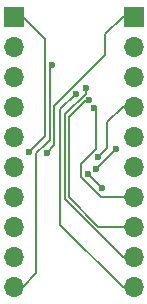
<source format=gbr>
%TF.GenerationSoftware,KiCad,Pcbnew,8.0.5*%
%TF.CreationDate,2024-11-20T10:52:19+05:30*%
%TF.ProjectId,MCUs,4d435573-2e6b-4696-9361-645f70636258,rev?*%
%TF.SameCoordinates,Original*%
%TF.FileFunction,Copper,L2,Bot*%
%TF.FilePolarity,Positive*%
%FSLAX46Y46*%
G04 Gerber Fmt 4.6, Leading zero omitted, Abs format (unit mm)*
G04 Created by KiCad (PCBNEW 8.0.5) date 2024-11-20 10:52:19*
%MOMM*%
%LPD*%
G01*
G04 APERTURE LIST*
%TA.AperFunction,ComponentPad*%
%ADD10R,1.700000X1.700000*%
%TD*%
%TA.AperFunction,ComponentPad*%
%ADD11O,1.700000X1.700000*%
%TD*%
%TA.AperFunction,ViaPad*%
%ADD12C,0.600000*%
%TD*%
%TA.AperFunction,Conductor*%
%ADD13C,0.150000*%
%TD*%
G04 APERTURE END LIST*
D10*
%TO.P,J2,1,Pin_1*%
%TO.N,VCC*%
X50800000Y-40005000D03*
D11*
%TO.P,J2,2,Pin_2*%
%TO.N,Net-(J2-Pin_2)*%
X50800000Y-42545000D03*
%TO.P,J2,3,Pin_3*%
%TO.N,Net-(J2-Pin_3)*%
X50800000Y-45085000D03*
%TO.P,J2,4,Pin_4*%
%TO.N,Net-(J2-Pin_4)*%
X50800000Y-47625000D03*
%TO.P,J2,5,Pin_5*%
%TO.N,Net-(J2-Pin_5)*%
X50800000Y-50165000D03*
%TO.P,J2,6,Pin_6*%
%TO.N,Net-(J2-Pin_6)*%
X50800000Y-52705000D03*
%TO.P,J2,7,Pin_7*%
%TO.N,PC0*%
X50800000Y-55245000D03*
%TO.P,J2,8,Pin_8*%
%TO.N,PC1*%
X50800000Y-57785000D03*
%TO.P,J2,9,Pin_9*%
%TO.N,PC2*%
X50800000Y-60325000D03*
%TO.P,J2,10,Pin_10*%
%TO.N,PC3*%
X50800000Y-62865000D03*
%TD*%
D10*
%TO.P,J1,1,Pin_1*%
%TO.N,GND*%
X40640000Y-40005000D03*
D11*
%TO.P,J1,2,Pin_2*%
%TO.N,Net-(J1-Pin_2)*%
X40640000Y-42545000D03*
%TO.P,J1,3,Pin_3*%
%TO.N,Net-(J1-Pin_3)*%
X40640000Y-45085000D03*
%TO.P,J1,4,Pin_4*%
%TO.N,Net-(J1-Pin_4)*%
X40640000Y-47625000D03*
%TO.P,J1,5,Pin_5*%
%TO.N,Net-(J1-Pin_5)*%
X40640000Y-50165000D03*
%TO.P,J1,6,Pin_6*%
%TO.N,Net-(J1-Pin_6)*%
X40640000Y-52705000D03*
%TO.P,J1,7,Pin_7*%
%TO.N,Net-(J1-Pin_7)*%
X40640000Y-55245000D03*
%TO.P,J1,8,Pin_8*%
%TO.N,Net-(J1-Pin_8)*%
X40640000Y-57785000D03*
%TO.P,J1,9,Pin_9*%
%TO.N,Net-(J1-Pin_9)*%
X40640000Y-60325000D03*
%TO.P,J1,10,Pin_10*%
%TO.N,Net-(J1-Pin_10)*%
X40640000Y-62865000D03*
%TD*%
D12*
%TO.N,Net-(J1-Pin_10)*%
X43888800Y-44069000D03*
%TO.N,PC0*%
X47420064Y-47759863D03*
%TO.N,Net-(J2-Pin_4)*%
X47809226Y-51866426D03*
%TO.N,PC1*%
X47047488Y-47047860D03*
%TO.N,PC2*%
X46768200Y-46024800D03*
%TO.N,PC3*%
X45920000Y-46549001D03*
%TO.N,Net-(J2-Pin_5)*%
X49317000Y-51206400D03*
X47588769Y-52900057D03*
%TO.N,Net-(J2-Pin_6)*%
X46920600Y-53340000D03*
X48120774Y-54489374D03*
%TO.N,VCC*%
X43452387Y-51522787D03*
%TO.N,GND*%
X41967600Y-51435000D03*
%TD*%
D13*
%TO.N,GND*%
X41457000Y-40005000D02*
X40640000Y-40005000D01*
%TO.N,Net-(J1-Pin_10)*%
X41457000Y-62865000D02*
X40640000Y-62865000D01*
%TO.N,PC3*%
X49867000Y-62865000D02*
X50800000Y-62865000D01*
%TO.N,PC2*%
X49867000Y-60325000D02*
X50800000Y-60325000D01*
%TO.N,PC1*%
X47047488Y-47047860D02*
X46749940Y-47047860D01*
X45309200Y-55272226D02*
X47821974Y-57785000D01*
X46749940Y-47047860D02*
X45309200Y-48488600D01*
X45309200Y-48488600D02*
X45309200Y-55272226D01*
X47821974Y-57785000D02*
X50800000Y-57785000D01*
%TO.N,PC0*%
X47420064Y-47759863D02*
X47657200Y-47996999D01*
X47657200Y-47996999D02*
X47657200Y-51205279D01*
X46345600Y-52516879D02*
X46345600Y-53578173D01*
X47657200Y-51205279D02*
X46345600Y-52516879D01*
X46345600Y-53578173D02*
X48012427Y-55245000D01*
X48012427Y-55245000D02*
X50800000Y-55245000D01*
%TO.N,Net-(J2-Pin_4)*%
X49867000Y-47625000D02*
X50800000Y-47625000D01*
%TO.N,VCC*%
X49867000Y-40005000D02*
X50800000Y-40005000D01*
%TO.N,Net-(J1-Pin_10)*%
X43415400Y-50749200D02*
X43412801Y-50749200D01*
X42582000Y-61740000D02*
X41457000Y-62865000D01*
X43412801Y-50749200D02*
X42582000Y-51580001D01*
X42582000Y-51580001D02*
X42582000Y-61740000D01*
%TO.N,GND*%
X41967600Y-51435000D02*
X43313800Y-50088800D01*
X43313800Y-50088800D02*
X43313800Y-41861800D01*
X43313800Y-41861800D02*
X41457000Y-40005000D01*
%TO.N,Net-(J1-Pin_10)*%
X43751200Y-50413400D02*
X43415400Y-50749200D01*
X43751200Y-44206600D02*
X43751200Y-50413400D01*
X43888800Y-44069000D02*
X43751200Y-44206600D01*
%TO.N,VCC*%
X43452387Y-51522787D02*
X44101200Y-50873974D01*
X44101200Y-50873974D02*
X44101200Y-47523400D01*
X44101200Y-47523400D02*
X48361000Y-43263600D01*
X48361000Y-43263600D02*
X48361000Y-41511000D01*
%TO.N,PC2*%
X46768200Y-46024800D02*
X46768200Y-46513974D01*
X44959200Y-48183800D02*
X44959200Y-55417200D01*
X46768200Y-46513974D02*
X45098374Y-48183800D01*
X45098374Y-48183800D02*
X44959200Y-48183800D01*
X44959200Y-55417200D02*
X49867000Y-60325000D01*
%TO.N,PC3*%
X44609200Y-47859801D02*
X44609200Y-57607200D01*
X45920000Y-46549001D02*
X44609200Y-47859801D01*
X44609200Y-57607200D02*
X49867000Y-62865000D01*
%TO.N,Net-(J2-Pin_4)*%
X47809226Y-51866426D02*
X48546200Y-51129452D01*
X48546200Y-51129452D02*
X48546200Y-48945800D01*
X48546200Y-48945800D02*
X49867000Y-47625000D01*
%TO.N,Net-(J2-Pin_5)*%
X48758200Y-51765200D02*
X49317000Y-51206400D01*
X47588769Y-52900057D02*
X48723626Y-51765200D01*
X48723626Y-51765200D02*
X48758200Y-51765200D01*
%TO.N,Net-(J2-Pin_6)*%
X46920600Y-53340000D02*
X46971400Y-53340000D01*
X46971400Y-53340000D02*
X48120774Y-54489374D01*
%TO.N,VCC*%
X48361000Y-41511000D02*
X49867000Y-40005000D01*
%TD*%
M02*

</source>
